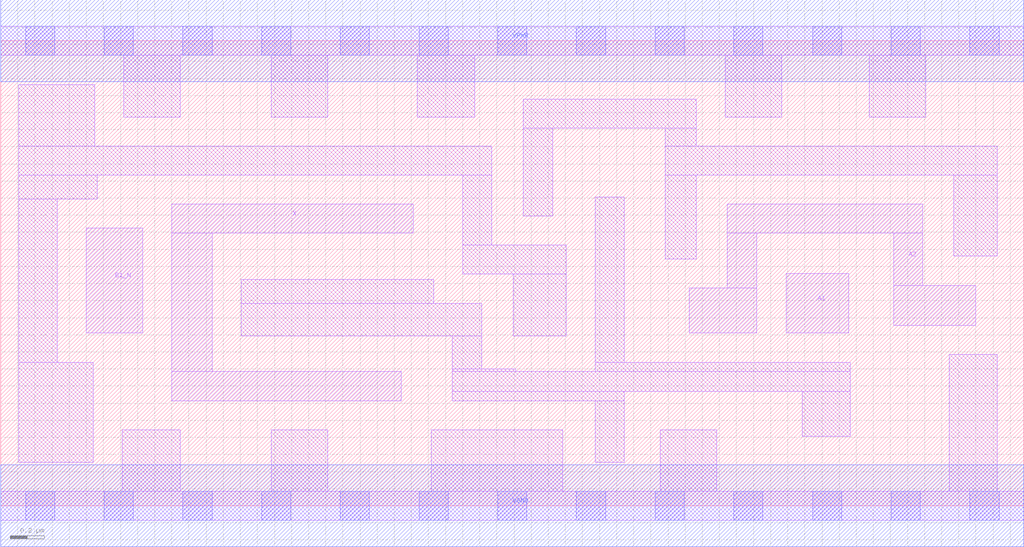
<source format=lef>
# Copyright 2020 The SkyWater PDK Authors
#
# Licensed under the Apache License, Version 2.0 (the "License");
# you may not use this file except in compliance with the License.
# You may obtain a copy of the License at
#
#     https://www.apache.org/licenses/LICENSE-2.0
#
# Unless required by applicable law or agreed to in writing, software
# distributed under the License is distributed on an "AS IS" BASIS,
# WITHOUT WARRANTIES OR CONDITIONS OF ANY KIND, either express or implied.
# See the License for the specific language governing permissions and
# limitations under the License.
#
# SPDX-License-Identifier: Apache-2.0

VERSION 5.7 ;
  NOWIREEXTENSIONATPIN ON ;
  DIVIDERCHAR "/" ;
  BUSBITCHARS "[]" ;
UNITS
  DATABASE MICRONS 200 ;
END UNITS
MACRO sky130_fd_sc_hd__a21bo_4
  CLASS CORE ;
  FOREIGN sky130_fd_sc_hd__a21bo_4 ;
  ORIGIN  0.000000  0.000000 ;
  SIZE  5.980000 BY  2.720000 ;
  SYMMETRY X Y R90 ;
  SITE unithd ;
  PIN A1
    ANTENNAGATEAREA  0.495000 ;
    DIRECTION INPUT ;
    USE SIGNAL ;
    PORT
      LAYER li1 ;
        RECT 4.590000 1.010000 4.955000 1.360000 ;
    END
  END A1
  PIN A2
    ANTENNAGATEAREA  0.495000 ;
    DIRECTION INPUT ;
    USE SIGNAL ;
    PORT
      LAYER li1 ;
        RECT 4.025000 1.010000 4.420000 1.275000 ;
        RECT 4.245000 1.275000 4.420000 1.595000 ;
        RECT 4.245000 1.595000 5.390000 1.765000 ;
        RECT 5.220000 1.055000 5.700000 1.290000 ;
        RECT 5.220000 1.290000 5.390000 1.595000 ;
    END
  END A2
  PIN B1_N
    ANTENNAGATEAREA  0.247500 ;
    DIRECTION INPUT ;
    USE SIGNAL ;
    PORT
      LAYER li1 ;
        RECT 0.500000 1.010000 0.830000 1.625000 ;
    END
  END B1_N
  PIN X
    ANTENNADIFFAREA  0.924000 ;
    DIRECTION OUTPUT ;
    USE SIGNAL ;
    PORT
      LAYER li1 ;
        RECT 1.000000 0.615000 2.340000 0.785000 ;
        RECT 1.000000 0.785000 1.235000 1.595000 ;
        RECT 1.000000 1.595000 2.410000 1.765000 ;
    END
  END X
  PIN VGND
    DIRECTION INOUT ;
    SHAPE ABUTMENT ;
    USE GROUND ;
    PORT
      LAYER met1 ;
        RECT 0.000000 -0.240000 5.980000 0.240000 ;
    END
  END VGND
  PIN VPWR
    DIRECTION INOUT ;
    SHAPE ABUTMENT ;
    USE POWER ;
    PORT
      LAYER met1 ;
        RECT 0.000000 2.480000 5.980000 2.960000 ;
    END
  END VPWR
  OBS
    LAYER li1 ;
      RECT 0.000000 -0.085000 5.980000 0.085000 ;
      RECT 0.000000  2.635000 5.980000 2.805000 ;
      RECT 0.105000  0.255000 0.540000 0.840000 ;
      RECT 0.105000  0.840000 0.330000 1.795000 ;
      RECT 0.105000  1.795000 0.565000 1.935000 ;
      RECT 0.105000  1.935000 2.870000 2.105000 ;
      RECT 0.105000  2.105000 0.550000 2.465000 ;
      RECT 0.710000  0.085000 1.050000 0.445000 ;
      RECT 0.720000  2.275000 1.050000 2.635000 ;
      RECT 1.405000  0.995000 2.810000 1.185000 ;
      RECT 1.405000  1.185000 2.530000 1.325000 ;
      RECT 1.580000  0.085000 1.910000 0.445000 ;
      RECT 1.580000  2.275000 1.910000 2.635000 ;
      RECT 2.435000  2.275000 2.770000 2.635000 ;
      RECT 2.515000  0.085000 3.285000 0.445000 ;
      RECT 2.640000  0.615000 3.645000 0.670000 ;
      RECT 2.640000  0.670000 4.965000 0.785000 ;
      RECT 2.640000  0.785000 3.010000 0.800000 ;
      RECT 2.640000  0.800000 2.810000 0.995000 ;
      RECT 2.700000  1.355000 3.305000 1.525000 ;
      RECT 2.700000  1.525000 2.870000 1.935000 ;
      RECT 2.995000  0.995000 3.305000 1.355000 ;
      RECT 3.055000  1.695000 3.225000 2.210000 ;
      RECT 3.055000  2.210000 4.065000 2.380000 ;
      RECT 3.475000  0.255000 3.645000 0.615000 ;
      RECT 3.475000  0.785000 4.965000 0.840000 ;
      RECT 3.475000  0.840000 3.645000 1.805000 ;
      RECT 3.855000  0.085000 4.185000 0.445000 ;
      RECT 3.885000  1.445000 4.065000 1.935000 ;
      RECT 3.885000  1.935000 5.825000 2.105000 ;
      RECT 3.885000  2.105000 4.065000 2.210000 ;
      RECT 4.235000  2.275000 4.565000 2.635000 ;
      RECT 4.685000  0.405000 4.965000 0.670000 ;
      RECT 5.075000  2.275000 5.405000 2.635000 ;
      RECT 5.545000  0.085000 5.825000 0.885000 ;
      RECT 5.570000  1.460000 5.825000 1.935000 ;
    LAYER mcon ;
      RECT 0.145000 -0.085000 0.315000 0.085000 ;
      RECT 0.145000  2.635000 0.315000 2.805000 ;
      RECT 0.605000 -0.085000 0.775000 0.085000 ;
      RECT 0.605000  2.635000 0.775000 2.805000 ;
      RECT 1.065000 -0.085000 1.235000 0.085000 ;
      RECT 1.065000  2.635000 1.235000 2.805000 ;
      RECT 1.525000 -0.085000 1.695000 0.085000 ;
      RECT 1.525000  2.635000 1.695000 2.805000 ;
      RECT 1.985000 -0.085000 2.155000 0.085000 ;
      RECT 1.985000  2.635000 2.155000 2.805000 ;
      RECT 2.445000 -0.085000 2.615000 0.085000 ;
      RECT 2.445000  2.635000 2.615000 2.805000 ;
      RECT 2.905000 -0.085000 3.075000 0.085000 ;
      RECT 2.905000  2.635000 3.075000 2.805000 ;
      RECT 3.365000 -0.085000 3.535000 0.085000 ;
      RECT 3.365000  2.635000 3.535000 2.805000 ;
      RECT 3.825000 -0.085000 3.995000 0.085000 ;
      RECT 3.825000  2.635000 3.995000 2.805000 ;
      RECT 4.285000 -0.085000 4.455000 0.085000 ;
      RECT 4.285000  2.635000 4.455000 2.805000 ;
      RECT 4.745000 -0.085000 4.915000 0.085000 ;
      RECT 4.745000  2.635000 4.915000 2.805000 ;
      RECT 5.205000 -0.085000 5.375000 0.085000 ;
      RECT 5.205000  2.635000 5.375000 2.805000 ;
      RECT 5.665000 -0.085000 5.835000 0.085000 ;
      RECT 5.665000  2.635000 5.835000 2.805000 ;
  END
END sky130_fd_sc_hd__a21bo_4
END LIBRARY

</source>
